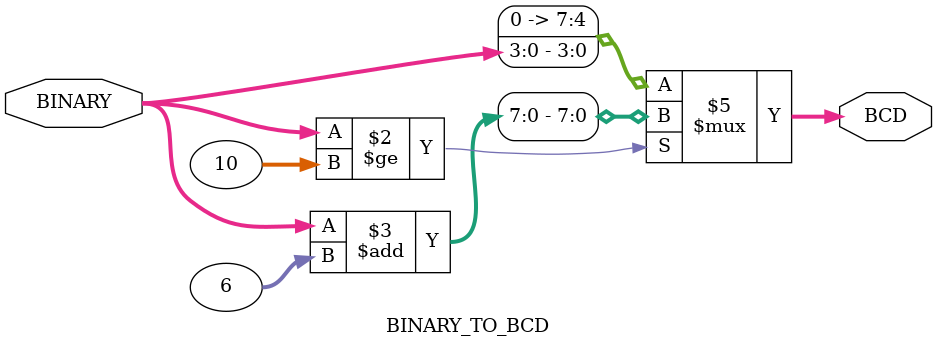
<source format=v>
`timescale 1ns / 1ps

// Author : Venu Pabbuleti 
// ID     : N180116
//Branch  : ECE
//Project Name : RTL design using Verilog
//Design  Nmae : 4 BIT BINARY TO BCD CODE CONVERTOR
//Module  Nmae : BINARY TO BCD CODE CONVERTER MAIN DESIGN MODULE
//RGUKT NUZVID 
//////////////////////////////////////////////////////////////////////////////////

module BINARY_TO_BCD(BINARY,BCD);
input [3:0]BINARY;
output reg [7:0]BCD;

always @(BINARY) begin
    if(BINARY>=10) begin
        BCD = BINARY+6;
        end
     else begin
        BCD = BINARY;
        end
end
endmodule

</source>
